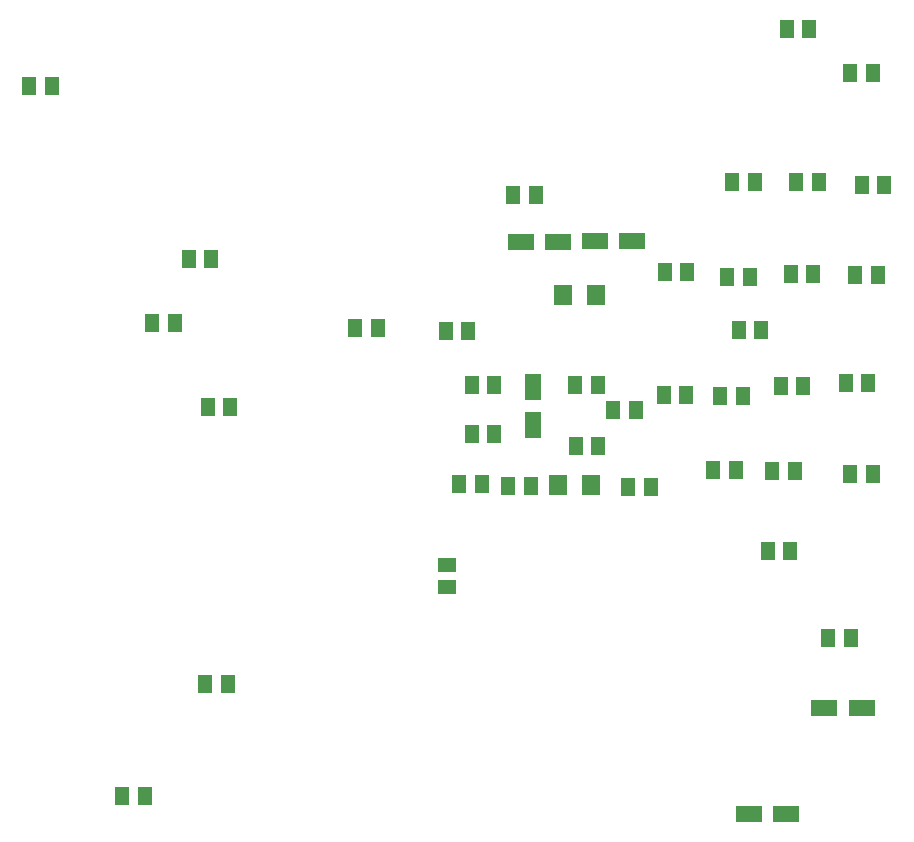
<source format=gbr>
G04 EAGLE Gerber X2 export*
%TF.Part,Single*%
%TF.FileFunction,Paste,Bot*%
%TF.FilePolarity,Positive*%
%TF.GenerationSoftware,Autodesk,EAGLE,9.0.0*%
%TF.CreationDate,2019-09-03T03:29:10Z*%
G75*
%MOMM*%
%FSLAX34Y34*%
%LPD*%
%AMOC8*
5,1,8,0,0,1.08239X$1,22.5*%
G01*
%ADD10R,1.300000X1.500000*%
%ADD11R,2.200000X1.400000*%
%ADD12R,1.400000X2.200000*%
%ADD13R,1.600000X1.800000*%
%ADD14R,1.500000X1.300000*%
%ADD15R,1.300000X1.600000*%


D10*
X783200Y430200D03*
X764200Y430200D03*
X481700Y568200D03*
X462700Y568200D03*
X741700Y431200D03*
X722700Y431200D03*
D11*
X774700Y636400D03*
X806700Y636400D03*
D12*
X785400Y513800D03*
X785400Y481800D03*
D13*
X810400Y591300D03*
X838400Y591300D03*
D10*
X730200Y561200D03*
X711200Y561200D03*
X999800Y816800D03*
X1018800Y816800D03*
X634600Y563300D03*
X653600Y563300D03*
X1072700Y779200D03*
X1053700Y779200D03*
D13*
X806200Y430300D03*
X834200Y430300D03*
D10*
X983800Y374800D03*
X1002800Y374800D03*
D14*
X712200Y363300D03*
X712200Y344300D03*
D10*
X959300Y561800D03*
X978300Y561800D03*
D11*
X869300Y637600D03*
X837300Y637600D03*
X1063800Y241600D03*
X1031800Y241600D03*
D10*
X509800Y496800D03*
X528800Y496800D03*
D11*
X967700Y152400D03*
X999700Y152400D03*
D10*
X853300Y493800D03*
X872300Y493800D03*
X768300Y675800D03*
X787300Y675800D03*
D15*
X1014000Y514700D03*
X995000Y514700D03*
X866000Y428800D03*
X885000Y428800D03*
X1027200Y687200D03*
X1008200Y687200D03*
X1022400Y609200D03*
X1003400Y609200D03*
X968600Y607200D03*
X949600Y607200D03*
X972800Y687200D03*
X953800Y687200D03*
X1082600Y684700D03*
X1063600Y684700D03*
X1069200Y516700D03*
X1050200Y516700D03*
X752400Y515700D03*
X733400Y515700D03*
X358800Y768800D03*
X377800Y768800D03*
X937600Y443800D03*
X956600Y443800D03*
X962600Y506200D03*
X943600Y506200D03*
X840400Y463700D03*
X821400Y463700D03*
X752400Y474200D03*
X733400Y474200D03*
X1076900Y608700D03*
X1057900Y608700D03*
X507600Y262300D03*
X526600Y262300D03*
X1006800Y442700D03*
X987800Y442700D03*
X915700Y611200D03*
X896700Y611200D03*
X839900Y515700D03*
X820900Y515700D03*
X1054200Y301200D03*
X1035200Y301200D03*
X493700Y622300D03*
X512700Y622300D03*
X1072600Y440200D03*
X1053600Y440200D03*
X915100Y506700D03*
X896100Y506700D03*
X456300Y167700D03*
X437300Y167700D03*
M02*

</source>
